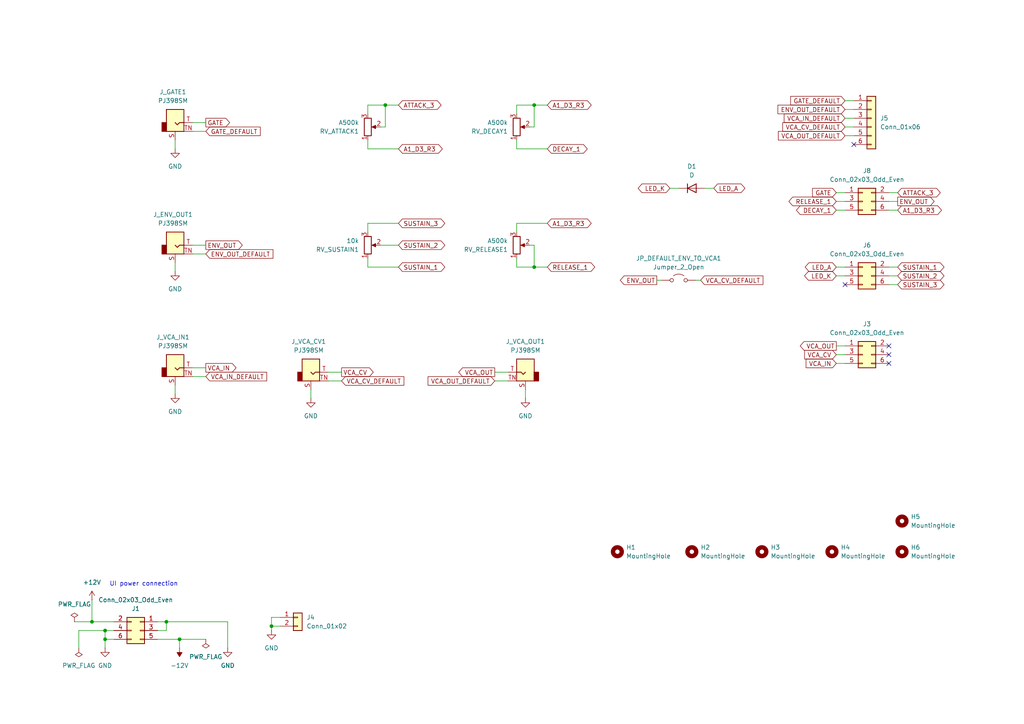
<source format=kicad_sch>
(kicad_sch (version 20250114) (generator "eeschema") (generator_version "9.0")
  (paper "A4")
  (title_block (title "Hog Moduleur Sidechain Mixer UI") (date "2025-07-06") (rev "v0.1") (company "Shmøergh"))
  (lib_symbols
    (symbol "Connector_Generic:Conn_01x02" (pin_names (offset 1.016) (hide yes))
      (property "Reference" "J" (at 0 2.54 0))
      (property "Value" "Conn_01x02" (at 0 -5.08 0))
      (symbol "Conn_01x02_1_1"
        (rectangle (start -1.27 1.27) (end 1.27 -3.81) (stroke (width 0.254)) (fill (type background)))
        (rectangle (start -1.27 0.127) (end 0 -0.127) (stroke (width 0.1524)))
        (rectangle (start -1.27 -2.413) (end 0 -2.667) (stroke (width 0.1524)))
        (pin passive line (at -5.08 0 0) (length 3.81) (name "Pin_1") (number "1"))
        (pin passive line (at -5.08 -2.54 0) (length 3.81) (name "Pin_2") (number "2"))
      )
    )
    (symbol "Connector_Generic:Conn_01x06" (pin_names (offset 1.016) (hide yes))
      (property "Reference" "J" (at 0 7.62 0))
      (property "Value" "Conn_01x06" (at 0 -10.16 0))
      (symbol "Conn_01x06_1_1"
        (rectangle (start -1.27 6.35) (end 1.27 -8.89) (stroke (width 0.254)) (fill (type background)))
        (rectangle (start -1.27 5.207) (end 0 4.953) (stroke (width 0.1524)))
        (rectangle (start -1.27 2.667) (end 0 2.413) (stroke (width 0.1524)))
        (rectangle (start -1.27 0.127) (end 0 -0.127) (stroke (width 0.1524)))
        (rectangle (start -1.27 -2.413) (end 0 -2.667) (stroke (width 0.1524)))
        (rectangle (start -1.27 -4.953) (end 0 -5.207) (stroke (width 0.1524)))
        (rectangle (start -1.27 -7.493) (end 0 -7.747) (stroke (width 0.1524)))
        (pin passive line (at -5.08 5.08 0) (length 3.81) (name "Pin_1") (number "1"))
        (pin passive line (at -5.08 2.54 0) (length 3.81) (name "Pin_2") (number "2"))
        (pin passive line (at -5.08 0 0) (length 3.81) (name "Pin_3") (number "3"))
        (pin passive line (at -5.08 -2.54 0) (length 3.81) (name "Pin_4") (number "4"))
        (pin passive line (at -5.08 -5.08 0) (length 3.81) (name "Pin_5") (number "5"))
        (pin passive line (at -5.08 -7.62 0) (length 3.81) (name "Pin_6") (number "6"))
      )
    )
    (symbol "Connector_Generic:Conn_02x03_Odd_Even" (pin_names (offset 1.016) (hide yes))
      (property "Reference" "J" (at 1.27 5.08 0))
      (property "Value" "Conn_02x03_Odd_Even" (at 1.27 -5.08 0))
      (symbol "Conn_02x03_Odd_Even_1_1"
        (rectangle (start -1.27 3.81) (end 3.81 -3.81) (stroke (width 0.254)) (fill (type background)))
        (rectangle (start -1.27 2.667) (end 0 2.413) (stroke (width 0.1524)))
        (rectangle (start -1.27 0.127) (end 0 -0.127) (stroke (width 0.1524)))
        (rectangle (start -1.27 -2.413) (end 0 -2.667) (stroke (width 0.1524)))
        (rectangle (start 3.81 2.667) (end 2.54 2.413) (stroke (width 0.1524)))
        (rectangle (start 3.81 0.127) (end 2.54 -0.127) (stroke (width 0.1524)))
        (rectangle (start 3.81 -2.413) (end 2.54 -2.667) (stroke (width 0.1524)))
        (pin passive line (at -5.08 2.54 0) (length 3.81) (name "Pin_1") (number "1"))
        (pin passive line (at -5.08 0 0) (length 3.81) (name "Pin_3") (number "3"))
        (pin passive line (at -5.08 -2.54 0) (length 3.81) (name "Pin_5") (number "5"))
        (pin passive line (at 7.62 2.54 180) (length 3.81) (name "Pin_2") (number "2"))
        (pin passive line (at 7.62 0 180) (length 3.81) (name "Pin_4") (number "4"))
        (pin passive line (at 7.62 -2.54 180) (length 3.81) (name "Pin_6") (number "6"))
      )
    )
    (symbol "Device:D" (pin_numbers (hide yes)) (pin_names (offset 1.016) (hide yes))
      (property "Reference" "D" (at 0 2.54 0))
      (property "Value" "D" (at 0 -2.54 0))
      (symbol "D_0_1"
        (polyline (pts (xy -1.27 1.27) (xy -1.27 -1.27)) (stroke (width 0.254)))
        (polyline (pts (xy 1.27 1.27) (xy 1.27 -1.27) (xy -1.27 0) (xy 1.27 1.27)) (stroke (width 0.254)))
        (polyline (pts (xy 1.27 0) (xy -1.27 0)))
      )
      (symbol "D_1_1"
        (pin passive line (at -3.81 0 0) (length 2.54) (name "K") (number "1"))
        (pin passive line (at 3.81 0 180) (length 2.54) (name "A") (number "2"))
      )
    )
    (symbol "Device:R_Potentiometer" (pin_names (offset 1.016) (hide yes))
      (property "Reference" "RV" (at -4.445 0 90))
      (property "Value" "R_Potentiometer" (at -2.54 0 90))
      (symbol "R_Potentiometer_0_1"
        (rectangle (start 1.016 2.54) (end -1.016 -2.54) (stroke (width 0.254)))
        (polyline (pts (xy 1.143 0) (xy 2.286 0.508) (xy 2.286 -0.508) (xy 1.143 0)) (fill (type outline)))
        (polyline (pts (xy 2.54 0) (xy 1.524 0)))
      )
      (symbol "R_Potentiometer_1_1"
        (pin passive line (at 0 3.81 270) (length 1.27) (name "1") (number "1"))
        (pin passive line (at 0 -3.81 90) (length 1.27) (name "3") (number "3"))
        (pin passive line (at 3.81 0 180) (length 1.27) (name "2") (number "2"))
      )
    )
    (symbol "Jumper:Jumper_2_Open" (pin_numbers (hide yes)) (pin_names (offset 0) (hide yes))
      (property "Reference" "JP" (at 0 2.794 0))
      (property "Value" "Jumper_2_Open" (at 0 -2.286 0))
      (symbol "Jumper_2_Open_0_0"
        (circle (center -2.032 0) (radius 0.508))
        (circle (center 2.032 0) (radius 0.508))
      )
      (symbol "Jumper_2_Open_0_1"
        (arc (start -1.524 1.27) (mid 0 1.778) (end 1.524 1.27))
      )
      (symbol "Jumper_2_Open_1_1"
        (pin passive line (at -5.08 0 0) (length 2.54) (name "A") (number "1"))
        (pin passive line (at 5.08 0 180) (length 2.54) (name "B") (number "2"))
      )
    )
    (symbol "Mechanical:MountingHole" (pin_names (offset 1.016)) (in_bom no)
      (property "Reference" "H" (at 0 5.08 0))
      (property "Value" "MountingHole" (at 0 3.175 0))
      (symbol "MountingHole_0_1"
        (circle (center 0 0) (radius 1.27) (stroke (width 1.27)))
      )
    )
    (symbol "Shmoergh-Custom-Components:AudioJack2_Thonkiconn_S"
      (property "Reference" "J" (at 0 8.89 0))
      (property "Value" "AudioJack2_Thonkiconn" (at 0 6.35 0))
      (symbol "AudioJack2_Thonkiconn_S_0_1"
        (rectangle (start -2.54 -2.54) (end -3.81 0) (stroke (width 0.254)) (fill (type outline)))
        (polyline (pts (xy 0 0) (xy 0.635 -0.635) (xy 1.27 0) (xy 2.54 0)) (stroke (width 0.254)))
        (rectangle (start 2.54 3.81) (end -2.54 -2.54) (stroke (width 0.254)) (fill (type background)))
      )
      (symbol "AudioJack2_Thonkiconn_S_1_1"
        (pin passive line (at 0 -5.08 90) (length 2.54) (name "~") (number "S"))
        (pin bidirectional line (at 5.08 0 180) (length 2.54) (name "~") (number "T"))
        (pin passive line (at 5.08 -2.54 180) (length 2.54) (name "~") (number "TN"))
      )
    )
    (symbol "power:+12V" (power) (pin_numbers (hide yes)) (pin_names (offset 0) (hide yes))
      (property "Value" "+12V" (at 0 3.556 0))
      (symbol "+12V_0_1"
        (polyline (pts (xy -0.762 1.27) (xy 0 2.54)))
        (polyline (pts (xy 0 2.54) (xy 0.762 1.27)))
        (polyline (pts (xy 0 0) (xy 0 2.54)))
      )
      (symbol "+12V_1_1"
        (pin power_in line (at 0 0 90) (length 0) (name "~") (number "1"))
      )
    )
    (symbol "power:-12V" (power) (pin_numbers (hide yes)) (pin_names (offset 0) (hide yes))
      (property "Value" "-12V" (at 0 3.556 0))
      (symbol "-12V_0_0"
        (pin power_in line (at 0 0 90) (length 0) (name "~") (number "1"))
      )
      (symbol "-12V_0_1"
        (polyline (pts (xy 0 0) (xy 0 1.27) (xy 0.762 1.27) (xy 0 2.54) (xy -0.762 1.27) (xy 0 1.27)) (fill (type outline)))
      )
    )
    (symbol "power:GND" (power) (pin_numbers (hide yes)) (pin_names (offset 0) (hide yes))
      (property "Value" "GND" (at 0 -3.81 0))
      (symbol "GND_0_1"
        (polyline (pts (xy 0 0) (xy 0 -1.27) (xy 1.27 -1.27) (xy 0 -2.54) (xy -1.27 -1.27) (xy 0 -1.27)))
      )
      (symbol "GND_1_1"
        (pin power_in line (at 0 0 270) (length 0) (name "~") (number "1"))
      )
    )
    (symbol "power:PWR_FLAG" (power) (pin_numbers (hide yes)) (pin_names (offset 0) (hide yes))
      (property "Value" "PWR_FLAG" (at 0 3.81 0))
      (symbol "PWR_FLAG_0_0"
        (pin power_out line (at 0 0 90) (length 0) (name "~") (number "1"))
      )
      (symbol "PWR_FLAG_0_1"
        (polyline (pts (xy 0 0) (xy 0 1.27) (xy -1.016 1.905) (xy 0 2.54) (xy 1.016 1.905) (xy 0 1.27)))
      )
    )
  )
  (text "UI power connection" (at 31.75 170.18 0) (effects (font (size 1.27 1.27)) (justify left bottom)))
  (junction (at 78.74 181.61))
  (junction (at 30.48 182.88))
  (junction (at 52.07 185.42))
  (junction (at 154.94 30.48))
  (junction (at 48.26 180.34))
  (junction (at 26.67 180.34))
  (junction (at 111.76 30.48))
  (junction (at 30.48 185.42))
  (junction (at 154.94 77.47))
  (no_connect (at 247.65 41.91))
  (no_connect (at 245.11 82.55))
  (no_connect (at 257.81 100.33))
  (no_connect (at 257.81 102.87))
  (no_connect (at 257.81 105.41))
  (wire (pts (xy 257.81 77.47) (xy 260.35 77.47)))
  (wire (pts (xy 257.81 58.42) (xy 260.35 58.42)))
  (wire (pts (xy 245.11 36.83) (xy 247.65 36.83)))
  (wire (pts (xy 242.57 80.01) (xy 245.11 80.01)))
  (wire (pts (xy 52.07 187.96) (xy 52.07 185.42)))
  (wire (pts (xy 110.49 36.83) (xy 111.76 36.83)))
  (wire (pts (xy 55.88 106.68) (xy 59.69 106.68)))
  (wire (pts (xy 59.69 185.42) (xy 52.07 185.42)))
  (wire (pts (xy 143.51 110.49) (xy 147.32 110.49)))
  (wire (pts (xy 154.94 36.83) (xy 154.94 30.48)))
  (wire (pts (xy 45.72 185.42) (xy 52.07 185.42)))
  (wire (pts (xy 78.74 181.61) (xy 81.28 181.61)))
  (wire (pts (xy 59.69 38.1) (xy 55.88 38.1)))
  (wire (pts (xy 99.06 110.49) (xy 95.25 110.49)))
  (wire (pts (xy 26.67 180.34) (xy 33.02 180.34)))
  (wire (pts (xy 111.76 30.48) (xy 115.57 30.48)))
  (wire (pts (xy 55.88 35.56) (xy 59.69 35.56)))
  (wire (pts (xy 257.81 82.55) (xy 260.35 82.55)))
  (wire (pts (xy 154.94 77.47) (xy 149.86 77.47)))
  (wire (pts (xy 242.57 102.87) (xy 245.11 102.87)))
  (wire (pts (xy 190.5 81.28) (xy 191.77 81.28)))
  (wire (pts (xy 149.86 64.77) (xy 149.86 67.31)))
  (wire (pts (xy 115.57 77.47) (xy 106.68 77.47)))
  (wire (pts (xy 149.86 40.64) (xy 149.86 43.18)))
  (wire (pts (xy 154.94 71.12) (xy 154.94 77.47)))
  (wire (pts (xy 207.01 54.61) (xy 204.47 54.61)))
  (wire (pts (xy 106.68 74.93) (xy 106.68 77.47)))
  (wire (pts (xy 81.28 179.07) (xy 78.74 179.07)))
  (wire (pts (xy 59.69 73.66) (xy 55.88 73.66)))
  (wire (pts (xy 50.8 76.2) (xy 50.8 78.74)))
  (wire (pts (xy 110.49 71.12) (xy 115.57 71.12)))
  (wire (pts (xy 143.51 107.95) (xy 147.32 107.95)))
  (wire (pts (xy 257.81 60.96) (xy 260.35 60.96)))
  (wire (pts (xy 78.74 179.07) (xy 78.74 181.61)))
  (wire (pts (xy 26.67 173.99) (xy 26.67 180.34)))
  (wire (pts (xy 153.67 36.83) (xy 154.94 36.83)))
  (wire (pts (xy 158.75 77.47) (xy 154.94 77.47)))
  (wire (pts (xy 245.11 34.29) (xy 247.65 34.29)))
  (wire (pts (xy 149.86 30.48) (xy 154.94 30.48)))
  (wire (pts (xy 48.26 180.34) (xy 45.72 180.34)))
  (wire (pts (xy 149.86 64.77) (xy 158.75 64.77)))
  (wire (pts (xy 21.59 180.34) (xy 26.67 180.34)))
  (wire (pts (xy 106.68 30.48) (xy 111.76 30.48)))
  (wire (pts (xy 158.75 43.18) (xy 149.86 43.18)))
  (wire (pts (xy 152.4 115.57) (xy 152.4 113.03)))
  (wire (pts (xy 22.86 182.88) (xy 30.48 182.88)))
  (wire (pts (xy 245.11 39.37) (xy 247.65 39.37)))
  (wire (pts (xy 66.04 187.96) (xy 66.04 180.34)))
  (wire (pts (xy 48.26 182.88) (xy 48.26 180.34)))
  (wire (pts (xy 242.57 60.96) (xy 245.11 60.96)))
  (wire (pts (xy 242.57 77.47) (xy 245.11 77.47)))
  (wire (pts (xy 111.76 36.83) (xy 111.76 30.48)))
  (wire (pts (xy 153.67 71.12) (xy 154.94 71.12)))
  (wire (pts (xy 95.25 107.95) (xy 99.06 107.95)))
  (wire (pts (xy 33.02 185.42) (xy 30.48 185.42)))
  (wire (pts (xy 245.11 29.21) (xy 247.65 29.21)))
  (wire (pts (xy 194.31 54.61) (xy 196.85 54.61)))
  (wire (pts (xy 50.8 40.64) (xy 50.8 43.18)))
  (wire (pts (xy 257.81 80.01) (xy 260.35 80.01)))
  (wire (pts (xy 66.04 180.34) (xy 48.26 180.34)))
  (wire (pts (xy 154.94 30.48) (xy 158.75 30.48)))
  (wire (pts (xy 242.57 100.33) (xy 245.11 100.33)))
  (wire (pts (xy 149.86 74.93) (xy 149.86 77.47)))
  (wire (pts (xy 59.69 109.22) (xy 55.88 109.22)))
  (wire (pts (xy 106.68 30.48) (xy 106.68 33.02)))
  (wire (pts (xy 245.11 58.42) (xy 242.57 58.42)))
  (wire (pts (xy 30.48 182.88) (xy 33.02 182.88)))
  (wire (pts (xy 90.17 113.03) (xy 90.17 115.57)))
  (wire (pts (xy 50.8 111.76) (xy 50.8 114.3)))
  (wire (pts (xy 106.68 40.64) (xy 106.68 43.18)))
  (wire (pts (xy 260.35 55.88) (xy 257.81 55.88)))
  (wire (pts (xy 55.88 71.12) (xy 59.69 71.12)))
  (wire (pts (xy 149.86 30.48) (xy 149.86 33.02)))
  (wire (pts (xy 245.11 105.41) (xy 242.57 105.41)))
  (wire (pts (xy 30.48 185.42) (xy 30.48 182.88)))
  (wire (pts (xy 106.68 64.77) (xy 115.57 64.77)))
  (wire (pts (xy 22.86 187.96) (xy 22.86 182.88)))
  (wire (pts (xy 201.93 81.28) (xy 203.2 81.28)))
  (wire (pts (xy 242.57 55.88) (xy 245.11 55.88)))
  (wire (pts (xy 115.57 43.18) (xy 106.68 43.18)))
  (wire (pts (xy 78.74 181.61) (xy 78.74 182.88)))
  (wire (pts (xy 30.48 187.96) (xy 30.48 185.42)))
  (wire (pts (xy 245.11 31.75) (xy 247.65 31.75)))
  (wire (pts (xy 45.72 182.88) (xy 48.26 182.88)))
  (wire (pts (xy 106.68 64.77) (xy 106.68 67.31)))
  (global_label "DECAY_1" (shape bidirectional) (at 242.57 60.96 180) (property "Intersheetrefs" "${INTERSHEET_REFS}" (effects (hide yes))))
  (global_label "ATTACK_3" (shape bidirectional) (at 115.57 30.48 0) (property "Intersheetrefs" "${INTERSHEET_REFS}" (effects (hide yes))))
  (global_label "LED_A" (shape bidirectional) (at 242.57 77.47 180) (property "Intersheetrefs" "${INTERSHEET_REFS}" (effects (hide yes))))
  (global_label "VCA_OUT" (shape output) (at 143.51 107.95 180) (property "Intersheetrefs" "${INTERSHEET_REFS}" (effects (hide yes))))
  (global_label "VCA_OUT_DEFAULT" (shape input) (at 143.51 110.49 180) (property "Intersheetrefs" "${INTERSHEET_REFS}" (effects (hide yes))))
  (global_label "DECAY_1" (shape bidirectional) (at 158.75 43.18 0) (property "Intersheetrefs" "${INTERSHEET_REFS}" (effects (hide yes))))
  (global_label "VCA_CV_DEFAULT" (shape input) (at 99.06 110.49 0) (property "Intersheetrefs" "${INTERSHEET_REFS}" (effects (hide yes))))
  (global_label "GATE" (shape input) (at 242.57 55.88 180) (property "Intersheetrefs" "${INTERSHEET_REFS}" (effects (hide yes))))
  (global_label "VCA_IN" (shape input) (at 242.57 105.41 180) (property "Intersheetrefs" "${INTERSHEET_REFS}" (effects (hide yes))))
  (global_label "A1_D3_R3" (shape bidirectional) (at 158.75 30.48 0) (property "Intersheetrefs" "${INTERSHEET_REFS}" (effects (hide yes))))
  (global_label "SUSTAIN_2" (shape bidirectional) (at 115.57 71.12 0) (property "Intersheetrefs" "${INTERSHEET_REFS}" (effects (hide yes))))
  (global_label "VCA_CV_DEFAULT" (shape input) (at 245.11 36.83 180) (property "Intersheetrefs" "${INTERSHEET_REFS}" (effects (hide yes))))
  (global_label "SUSTAIN_1" (shape bidirectional) (at 115.57 77.47 0) (property "Intersheetrefs" "${INTERSHEET_REFS}" (effects (hide yes))))
  (global_label "ENV_OUT_DEFAULT" (shape input) (at 59.69 73.66 0) (property "Intersheetrefs" "${INTERSHEET_REFS}" (effects (hide yes))))
  (global_label "LED_K" (shape bidirectional) (at 242.57 80.01 180) (property "Intersheetrefs" "${INTERSHEET_REFS}" (effects (hide yes))))
  (global_label "SUSTAIN_3" (shape bidirectional) (at 115.57 64.77 0) (property "Intersheetrefs" "${INTERSHEET_REFS}" (effects (hide yes))))
  (global_label "ENV_OUT_DEFAULT" (shape input) (at 245.11 31.75 180) (property "Intersheetrefs" "${INTERSHEET_REFS}" (effects (hide yes))))
  (global_label "VCA_CV" (shape input) (at 242.57 102.87 180) (property "Intersheetrefs" "${INTERSHEET_REFS}" (effects (hide yes))))
  (global_label "LED_A" (shape bidirectional) (at 207.01 54.61 0) (property "Intersheetrefs" "${INTERSHEET_REFS}" (effects (hide yes))))
  (global_label "LED_K" (shape bidirectional) (at 194.31 54.61 180) (property "Intersheetrefs" "${INTERSHEET_REFS}" (effects (hide yes))))
  (global_label "SUSTAIN_2" (shape bidirectional) (at 260.35 80.01 0) (property "Intersheetrefs" "${INTERSHEET_REFS}" (effects (hide yes))))
  (global_label "A1_D3_R3" (shape bidirectional) (at 158.75 64.77 0) (property "Intersheetrefs" "${INTERSHEET_REFS}" (effects (hide yes))))
  (global_label "RELEASE_1" (shape bidirectional) (at 158.75 77.47 0) (property "Intersheetrefs" "${INTERSHEET_REFS}" (effects (hide yes))))
  (global_label "VCA_IN_DEFAULT" (shape input) (at 245.11 34.29 180) (property "Intersheetrefs" "${INTERSHEET_REFS}" (effects (hide yes))))
  (global_label "ATTACK_3" (shape bidirectional) (at 260.35 55.88 0) (property "Intersheetrefs" "${INTERSHEET_REFS}" (effects (hide yes))))
  (global_label "A1_D3_R3" (shape bidirectional) (at 115.57 43.18 0) (property "Intersheetrefs" "${INTERSHEET_REFS}" (effects (hide yes))))
  (global_label "VCA_IN" (shape output) (at 59.69 106.68 0) (property "Intersheetrefs" "${INTERSHEET_REFS}" (effects (hide yes))))
  (global_label "ENV_OUT" (shape output) (at 260.35 58.42 0) (property "Intersheetrefs" "${INTERSHEET_REFS}" (effects (hide yes))))
  (global_label "ENV_OUT" (shape output) (at 190.5 81.28 180) (property "Intersheetrefs" "${INTERSHEET_REFS}" (effects (hide yes))))
  (global_label "RELEASE_1" (shape bidirectional) (at 242.57 58.42 180) (property "Intersheetrefs" "${INTERSHEET_REFS}" (effects (hide yes))))
  (global_label "ENV_OUT" (shape output) (at 59.69 71.12 0) (property "Intersheetrefs" "${INTERSHEET_REFS}" (effects (hide yes))))
  (global_label "VCA_CV_DEFAULT" (shape input) (at 203.2 81.28 0) (property "Intersheetrefs" "${INTERSHEET_REFS}" (effects (hide yes))))
  (global_label "GATE" (shape output) (at 59.69 35.56 0) (property "Intersheetrefs" "${INTERSHEET_REFS}" (effects (hide yes))))
  (global_label "VCA_IN_DEFAULT" (shape input) (at 59.69 109.22 0) (property "Intersheetrefs" "${INTERSHEET_REFS}" (effects (hide yes))))
  (global_label "GATE_DEFAULT" (shape input) (at 59.69 38.1 0) (property "Intersheetrefs" "${INTERSHEET_REFS}" (effects (hide yes))))
  (global_label "VCA_OUT_DEFAULT" (shape input) (at 245.11 39.37 180) (property "Intersheetrefs" "${INTERSHEET_REFS}" (effects (hide yes))))
  (global_label "SUSTAIN_3" (shape bidirectional) (at 260.35 82.55 0) (property "Intersheetrefs" "${INTERSHEET_REFS}" (effects (hide yes))))
  (global_label "VCA_CV" (shape output) (at 99.06 107.95 0) (property "Intersheetrefs" "${INTERSHEET_REFS}" (effects (hide yes))))
  (global_label "GATE_DEFAULT" (shape input) (at 245.11 29.21 180) (property "Intersheetrefs" "${INTERSHEET_REFS}" (effects (hide yes))))
  (global_label "A1_D3_R3" (shape bidirectional) (at 260.35 60.96 0) (property "Intersheetrefs" "${INTERSHEET_REFS}" (effects (hide yes))))
  (global_label "SUSTAIN_1" (shape bidirectional) (at 260.35 77.47 0) (property "Intersheetrefs" "${INTERSHEET_REFS}" (effects (hide yes))))
  (global_label "VCA_OUT" (shape output) (at 242.57 100.33 180) (property "Intersheetrefs" "${INTERSHEET_REFS}" (effects (hide yes))))
  (symbol (lib_id "power:+12V") (at 26.67 173.99 0) (unit 1)
    (property "Reference" "#PWR01" (effects (hide yes)))
    (property "Value" "+12V" (at 26.67 168.91 0))
    (property "Description" "Power symbol creates a global label with name \"+12V\"" (effects (hide yes)))
  )
  (symbol (lib_id "Device:R_Potentiometer") (at 149.86 36.83 0) (mirror x) (unit 1)
    (property "Reference" "RV_DECAY1" (at 147.32 38.1001 0) (effects (justify right)))
    (property "Value" "A500k" (at 147.32 35.5601 0) (effects (justify right)))
    (property "Footprint" "Shmoergh_Custom_Footprints:Potentiometer_Bourns_Single-PTV09A" (effects (hide yes)))
    (property "Description" "Potentiometer" (effects (hide yes)))
    (property "Part URL" "https://mou.sr/4694GMU" (effects (hide yes)))
    (property "Vendor" "Mouser" (effects (hide yes)))
    (property "Part no." "652-PTV09A4025FB104" (effects (hide yes)))
  )
  (symbol (lib_id "Shmoergh-Custom-Components:AudioJack2_Thonkiconn_S") (at 152.4 107.95 0) (mirror y) (unit 1)
    (property "Reference" "J_VCA_OUT1" (at 152.4 99.06 0))
    (property "Value" "PJ398SM" (at 152.4 101.6 0))
    (property "Footprint" "Shmoergh_Custom_Footprints:Jack_3.5mm_QingPu_WQP-PJ398SM_Vertical_CircularHoles" (effects (hide yes)))
    (property "Description" "Audio Jack, 2 Poles (Mono / TS), Grounded Sleeve" (effects (hide yes)))
    (property "Part URL" "https://www.thonk.co.uk/shop/thonkiconn/" (effects (hide yes)))
    (property "Vendor" "Thonk" (effects (hide yes)))
    (property "Part no." "PJ398SM" (effects (hide yes)))
  )
  (symbol (lib_id "Device:D") (at 200.66 54.61 0) (unit 1)
    (property "Reference" "D1" (at 200.66 48.26 0))
    (property "Value" "D" (at 200.66 50.8 0))
    (property "Footprint" "LED_THT:LED_D3.0mm" (effects (hide yes)))
    (property "Description" "Diode" (effects (hide yes)))
    (property "Sim.Device" "D" (effects (hide yes)))
    (property "Sim.Pins" "1=K 2=A" (effects (hide yes)))
  )
  (symbol (lib_id "power:GND") (at 152.4 115.57 0) (mirror y) (unit 1)
    (property "Reference" "#PWR016" (effects (hide yes)))
    (property "Value" "GND" (at 152.4 120.65 0))
    (property "Description" "Power symbol creates a global label with name \"GND\" , ground" (effects (hide yes)))
  )
  (symbol (lib_id "power:-12V") (at 52.07 187.96 180) (unit 1)
    (property "Reference" "#PWR07" (effects (hide yes)))
    (property "Value" "-12V" (at 52.07 193.04 0))
    (property "Description" "Power symbol creates a global label with name \"-12V\"" (effects (hide yes)))
  )
  (symbol (lib_id "Mechanical:MountingHole") (at 261.62 160.02 0) (unit 1) (in_bom no)
    (property "Reference" "H6" (at 264.16 158.7499 0) (effects (justify left)))
    (property "Value" "MountingHole" (at 264.16 161.2899 0) (effects (justify left)))
    (property "Footprint" "MountingHole:MountingHole_3.2mm_M3_DIN965_Pad" (effects (hide yes)))
    (property "Description" "Mounting Hole without connection" (effects (hide yes)))
    (property "Vendor" "-" (effects (hide yes)))
  )
  (symbol (lib_id "Connector_Generic:Conn_02x03_Odd_Even") (at 40.64 182.88 0) (mirror y) (unit 1)
    (property "Reference" "J1" (at 39.37 176.53 0))
    (property "Value" "Conn_02x03_Odd_Even" (at 39.37 173.99 0))
    (property "Footprint" "Connector_PinSocket_2.54mm:PinSocket_2x03_P2.54mm_Vertical" (effects (hide yes)))
    (property "Description" "Generic connector, double row, 02x03, odd/even pin numbering scheme (row 1 odd numbers, row 2 even numbers), script generated (kicad-library-utils/schlib/autogen/connector/)" (effects (hide yes)))
    (property "Part URL" "https://mou.sr/3GIDVEr" (effects (hide yes)))
    (property "Vendor" "Mouser" (effects (hide yes)))
    (property "Part no." "200-SSW10301TD" (effects (hide yes)))
  )
  (symbol (lib_id "power:GND") (at 50.8 43.18 0) (unit 1)
    (property "Reference" "#PWR010" (effects (hide yes)))
    (property "Value" "GND" (at 50.8 48.26 0))
    (property "Description" "Power symbol creates a global label with name \"GND\" , ground" (effects (hide yes)))
  )
  (symbol (lib_id "Shmoergh-Custom-Components:AudioJack2_Thonkiconn_S") (at 50.8 35.56 0) (unit 1)
    (property "Reference" "J_GATE1" (at 50.165 26.67 0))
    (property "Value" "PJ398SM" (at 50.165 29.21 0))
    (property "Footprint" "Shmoergh_Custom_Footprints:Jack_3.5mm_QingPu_WQP-PJ398SM_Vertical_CircularHoles" (effects (hide yes)))
    (property "Description" "Audio Jack, 2 Poles (Mono / TS), Grounded Sleeve" (effects (hide yes)))
    (property "Part URL" "https://www.thonk.co.uk/shop/thonkiconn/" (effects (hide yes)))
    (property "Vendor" "Thonk" (effects (hide yes)))
    (property "Part no." "PJ398SM" (effects (hide yes)))
  )
  (symbol (lib_id "Mechanical:MountingHole") (at 200.66 160.02 0) (unit 1) (in_bom no)
    (property "Reference" "H2" (at 203.2 158.7499 0) (effects (justify left)))
    (property "Value" "MountingHole" (at 203.2 161.2899 0) (effects (justify left)))
    (property "Footprint" "MountingHole:MountingHole_3.2mm_M3_DIN965_Pad" (effects (hide yes)))
    (property "Description" "Mounting Hole without connection" (effects (hide yes)))
    (property "Vendor" "-" (effects (hide yes)))
  )
  (symbol (lib_id "Shmoergh-Custom-Components:AudioJack2_Thonkiconn_S") (at 50.8 71.12 0) (unit 1)
    (property "Reference" "J_ENV_OUT1" (at 50.165 62.23 0))
    (property "Value" "PJ398SM" (at 50.165 64.77 0))
    (property "Footprint" "Shmoergh_Custom_Footprints:Jack_3.5mm_QingPu_WQP-PJ398SM_Vertical_CircularHoles" (effects (hide yes)))
    (property "Description" "Audio Jack, 2 Poles (Mono / TS), Grounded Sleeve" (effects (hide yes)))
    (property "Part URL" "https://www.thonk.co.uk/shop/thonkiconn/" (effects (hide yes)))
    (property "Vendor" "Thonk" (effects (hide yes)))
    (property "Part no." "PJ398SM" (effects (hide yes)))
  )
  (symbol (lib_id "Connector_Generic:Conn_02x03_Odd_Even") (at 250.19 102.87 0) (unit 1)
    (property "Reference" "J3" (at 251.46 93.98 0))
    (property "Value" "Conn_02x03_Odd_Even" (at 251.46 96.52 0))
    (property "Footprint" "Connector_PinSocket_2.54mm:PinSocket_2x03_P2.54mm_Vertical" (effects (hide yes)))
    (property "Description" "Generic connector, double row, 02x03, odd/even pin numbering scheme (row 1 odd numbers, row 2 even numbers), script generated (kicad-library-utils/schlib/autogen/connector/)" (effects (hide yes)))
    (property "Vendor" "Mouser" (effects (hide yes)))
  )
  (symbol (lib_id "Device:R_Potentiometer") (at 106.68 71.12 0) (mirror x) (unit 1)
    (property "Reference" "RV_SUSTAIN1" (at 104.14 72.3901 0) (effects (justify right)))
    (property "Value" "10k" (at 104.14 69.8501 0) (effects (justify right)))
    (property "Footprint" "PTA4543-2015DPB103:TRIM_PTA4543-2015DPB103" (effects (hide yes)))
    (property "Description" "Potentiometer" (effects (hide yes)))
    (property "Part URL" "https://mou.sr/4694GMU" (effects (hide yes)))
    (property "Vendor" "Mouser" (effects (hide yes)))
    (property "Part no." "652-PTV09A4025FB104" (effects (hide yes)))
  )
  (symbol (lib_id "Connector_Generic:Conn_01x06") (at 252.73 34.29 0) (unit 1)
    (property "Reference" "J5" (at 255.27 34.2899 0) (effects (justify left)))
    (property "Value" "Conn_01x06" (at 255.27 36.8299 0) (effects (justify left)))
    (property "Footprint" "Connector_PinSocket_2.54mm:PinSocket_1x06_P2.54mm_Vertical" (effects (hide yes)))
    (property "Description" "Generic connector, single row, 01x06, script generated (kicad-library-utils/schlib/autogen/connector/)" (effects (hide yes)))
    (property "Part URL" "https://mou.sr/4lnf48h" (effects (hide yes)))
    (property "Vendor" "Mouser" (effects (hide yes)))
    (property "Part no." "200-SSW10601TS" (effects (hide yes)))
  )
  (symbol (lib_id "Mechanical:MountingHole") (at 179.07 160.02 0) (unit 1) (in_bom no)
    (property "Reference" "H1" (at 181.61 158.7499 0) (effects (justify left)))
    (property "Value" "MountingHole" (at 181.61 161.2899 0) (effects (justify left)))
    (property "Footprint" "MountingHole:MountingHole_3.2mm_M3_DIN965_Pad" (effects (hide yes)))
    (property "Description" "Mounting Hole without connection" (effects (hide yes)))
    (property "Vendor" "-" (effects (hide yes)))
  )
  (symbol (lib_id "power:PWR_FLAG") (at 21.59 180.34 0) (unit 1)
    (property "Reference" "#FLG01" (effects (hide yes)))
    (property "Value" "PWR_FLAG" (at 21.59 175.26 0))
    (property "Description" "Special symbol for telling ERC where power comes from" (effects (hide yes)))
  )
  (symbol (lib_id "Shmoergh-Custom-Components:AudioJack2_Thonkiconn_S") (at 90.17 107.95 0) (unit 1)
    (property "Reference" "J_VCA_CV1" (at 89.535 99.06 0))
    (property "Value" "PJ398SM" (at 89.535 101.6 0))
    (property "Footprint" "Shmoergh_Custom_Footprints:Jack_3.5mm_QingPu_WQP-PJ398SM_Vertical_CircularHoles" (effects (hide yes)))
    (property "Description" "Audio Jack, 2 Poles (Mono / TS), Grounded Sleeve" (effects (hide yes)))
    (property "Part URL" "https://www.thonk.co.uk/shop/thonkiconn/" (effects (hide yes)))
    (property "Vendor" "Thonk" (effects (hide yes)))
    (property "Part no." "PJ398SM" (effects (hide yes)))
  )
  (symbol (lib_id "power:GND") (at 66.04 187.96 0) (unit 1)
    (property "Reference" "#PWR09" (effects (hide yes)))
    (property "Value" "GND" (at 66.04 193.04 0))
    (property "Description" "Power symbol creates a global label with name \"GND\" , ground" (effects (hide yes)))
  )
  (symbol (lib_id "Connector_Generic:Conn_02x03_Odd_Even") (at 250.19 80.01 0) (unit 1)
    (property "Reference" "J6" (at 251.46 71.12 0))
    (property "Value" "Conn_02x03_Odd_Even" (at 251.46 73.66 0))
    (property "Footprint" "Connector_PinSocket_2.54mm:PinSocket_2x03_P2.54mm_Vertical" (effects (hide yes)))
    (property "Description" "Generic connector, double row, 02x03, odd/even pin numbering scheme (row 1 odd numbers, row 2 even numbers), script generated (kicad-library-utils/schlib/autogen/connector/)" (effects (hide yes)))
    (property "Vendor" "Mouser" (effects (hide yes)))
  )
  (symbol (lib_id "power:GND") (at 90.17 115.57 0) (unit 1)
    (property "Reference" "#PWR04" (effects (hide yes)))
    (property "Value" "GND" (at 90.17 120.65 0))
    (property "Description" "Power symbol creates a global label with name \"GND\" , ground" (effects (hide yes)))
  )
  (symbol (lib_id "Device:R_Potentiometer") (at 106.68 36.83 0) (mirror x) (unit 1)
    (property "Reference" "RV_ATTACK1" (at 104.14 38.1001 0) (effects (justify right)))
    (property "Value" "A500k" (at 104.14 35.5601 0) (effects (justify right)))
    (property "Footprint" "Shmoergh_Custom_Footprints:Potentiometer_Bourns_Single-PTV09A" (effects (hide yes)))
    (property "Description" "Potentiometer" (effects (hide yes)))
    (property "Part URL" "https://mou.sr/4694GMU" (effects (hide yes)))
    (property "Vendor" "Mouser" (effects (hide yes)))
    (property "Part no." "652-PTV09A4025FB104" (effects (hide yes)))
  )
  (symbol (lib_id "Jumper:Jumper_2_Open") (at 196.85 81.28 0) (unit 1)
    (property "Reference" "JP_DEFAULT_ENV_TO_VCA1" (at 196.85 74.93 0))
    (property "Value" "Jumper_2_Open" (at 196.85 77.47 0))
    (property "Footprint" "Connector_PinHeader_2.54mm:PinHeader_1x02_P2.54mm_Horizontal" (effects (hide yes)))
    (property "Description" "Jumper, 2-pole, open" (effects (hide yes)))
  )
  (symbol (lib_id "Mechanical:MountingHole") (at 261.62 151.13 0) (unit 1) (in_bom no)
    (property "Reference" "H5" (at 264.16 149.8599 0) (effects (justify left)))
    (property "Value" "MountingHole" (at 264.16 152.3999 0) (effects (justify left)))
    (property "Footprint" "MountingHole:MountingHole_3.2mm_M3_DIN965_Pad" (effects (hide yes)))
    (property "Description" "Mounting Hole without connection" (effects (hide yes)))
    (property "Vendor" "-" (effects (hide yes)))
  )
  (symbol (lib_id "Connector_Generic:Conn_01x02") (at 86.36 179.07 0) (unit 1)
    (property "Reference" "J4" (at 88.9 179.0699 0) (effects (justify left)))
    (property "Value" "Conn_01x02" (at 88.9 181.6099 0) (effects (justify left)))
    (property "Footprint" "Connector_PinSocket_2.54mm:PinSocket_1x02_P2.54mm_Vertical" (effects (hide yes)))
    (property "Description" "Generic connector, single row, 01x02, script generated (kicad-library-utils/schlib/autogen/connector/)" (effects (hide yes)))
    (property "Part URL" "https://mou.sr/4lBvdHe" (effects (hide yes)))
    (property "Vendor" "Mouser" (effects (hide yes)))
    (property "Part no." "200-SSW10201TS" (effects (hide yes)))
  )
  (symbol (lib_id "Mechanical:MountingHole") (at 220.98 160.02 0) (unit 1) (in_bom no)
    (property "Reference" "H3" (at 223.52 158.7499 0) (effects (justify left)))
    (property "Value" "MountingHole" (at 223.52 161.2899 0) (effects (justify left)))
    (property "Footprint" "MountingHole:MountingHole_3.2mm_M3_DIN965_Pad" (effects (hide yes)))
    (property "Description" "Mounting Hole without connection" (effects (hide yes)))
    (property "Vendor" "-" (effects (hide yes)))
  )
  (symbol (lib_id "power:GND") (at 78.74 182.88 0) (unit 1)
    (property "Reference" "#PWR022" (effects (hide yes)))
    (property "Value" "GND" (at 78.74 187.96 0))
    (property "Description" "Power symbol creates a global label with name \"GND\" , ground" (effects (hide yes)))
  )
  (symbol (lib_id "Mechanical:MountingHole") (at 241.3 160.02 0) (unit 1) (in_bom no)
    (property "Reference" "H4" (at 243.84 158.7499 0) (effects (justify left)))
    (property "Value" "MountingHole" (at 243.84 161.2899 0) (effects (justify left)))
    (property "Footprint" "MountingHole:MountingHole_3.2mm_M3_DIN965_Pad" (effects (hide yes)))
    (property "Description" "Mounting Hole without connection" (effects (hide yes)))
    (property "Vendor" "-" (effects (hide yes)))
  )
  (symbol (lib_id "power:PWR_FLAG") (at 22.86 187.96 180) (unit 1)
    (property "Reference" "#FLG02" (effects (hide yes)))
    (property "Value" "PWR_FLAG" (at 22.86 193.04 0))
    (property "Description" "Special symbol for telling ERC where power comes from" (effects (hide yes)))
  )
  (symbol (lib_id "Shmoergh-Custom-Components:AudioJack2_Thonkiconn_S") (at 50.8 106.68 0) (unit 1)
    (property "Reference" "J_VCA_IN1" (at 50.165 97.79 0))
    (property "Value" "PJ398SM" (at 50.165 100.33 0))
    (property "Footprint" "Shmoergh_Custom_Footprints:Jack_3.5mm_QingPu_WQP-PJ398SM_Vertical_CircularHoles" (effects (hide yes)))
    (property "Description" "Audio Jack, 2 Poles (Mono / TS), Grounded Sleeve" (effects (hide yes)))
    (property "Part URL" "https://www.thonk.co.uk/shop/thonkiconn/" (effects (hide yes)))
    (property "Vendor" "Thonk" (effects (hide yes)))
    (property "Part no." "PJ398SM" (effects (hide yes)))
  )
  (symbol (lib_id "power:PWR_FLAG") (at 59.69 185.42 180) (unit 1)
    (property "Reference" "#FLG03" (effects (hide yes)))
    (property "Value" "PWR_FLAG" (at 59.69 190.5 0))
    (property "Description" "Special symbol for telling ERC where power comes from" (effects (hide yes)))
  )
  (symbol (lib_id "power:GND") (at 50.8 114.3 0) (unit 1)
    (property "Reference" "#PWR03" (effects (hide yes)))
    (property "Value" "GND" (at 50.8 119.38 0))
    (property "Description" "Power symbol creates a global label with name \"GND\" , ground" (effects (hide yes)))
  )
  (symbol (lib_id "Device:R_Potentiometer") (at 149.86 71.12 0) (mirror x) (unit 1)
    (property "Reference" "RV_RELEASE1" (at 147.32 72.3901 0) (effects (justify right)))
    (property "Value" "A500k" (at 147.32 69.8501 0) (effects (justify right)))
    (property "Footprint" "Shmoergh_Custom_Footprints:Potentiometer_Bourns_Single-PTV09A" (effects (hide yes)))
    (property "Description" "Potentiometer" (effects (hide yes)))
    (property "Part URL" "https://mou.sr/4694GMU" (effects (hide yes)))
    (property "Vendor" "Mouser" (effects (hide yes)))
    (property "Part no." "652-PTV09A4025FB104" (effects (hide yes)))
  )
  (symbol (lib_id "power:GND") (at 50.8 78.74 0) (unit 1)
    (property "Reference" "#PWR02" (effects (hide yes)))
    (property "Value" "GND" (at 50.8 83.82 0))
    (property "Description" "Power symbol creates a global label with name \"GND\" , ground" (effects (hide yes)))
  )
  (symbol (lib_id "power:GND") (at 30.48 187.96 0) (unit 1)
    (property "Reference" "#PWR05" (effects (hide yes)))
    (property "Value" "GND" (at 30.48 193.04 0))
    (property "Description" "Power symbol creates a global label with name \"GND\" , ground" (effects (hide yes)))
  )
  (symbol (lib_id "Connector_Generic:Conn_02x03_Odd_Even") (at 250.19 58.42 0) (unit 1)
    (property "Reference" "J8" (at 251.46 49.53 0))
    (property "Value" "Conn_02x03_Odd_Even" (at 251.46 52.07 0))
    (property "Footprint" "Connector_PinSocket_2.54mm:PinSocket_2x03_P2.54mm_Vertical" (effects (hide yes)))
    (property "Description" "Generic connector, double row, 02x03, odd/even pin numbering scheme (row 1 odd numbers, row 2 even numbers), script generated (kicad-library-utils/schlib/autogen/connector/)" (effects (hide yes)))
    (property "Vendor" "Mouser" (effects (hide yes)))
  )
)
</source>
